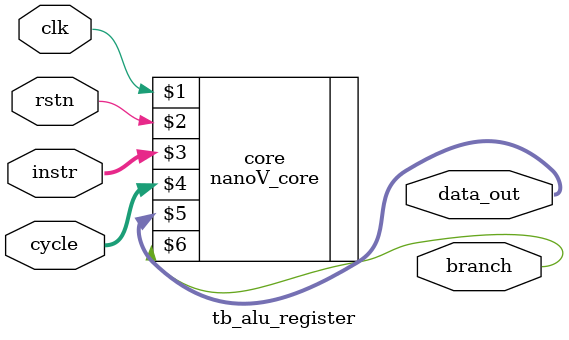
<source format=v>
/* A RISC-V core designed to use minimal area.
  
   Aim is to support RV32E 
 */

module tb_alu_register (
    input clk,
    input rstn,

    input [31:0] instr,
    input [1:0] cycle,

    output [31:0] data_out,
    output branch
);

`ifdef COCOTB_SIM
initial begin
  $dumpfile ("nanoV.vcd");
  $dumpvars (0, tb_alu_register);
  #1;
end
`endif

    wire branch;
    nanoV_core core (
        clk,
        rstn,
        instr,
        cycle,
        data_out,
        branch
    );

endmodule
</source>
